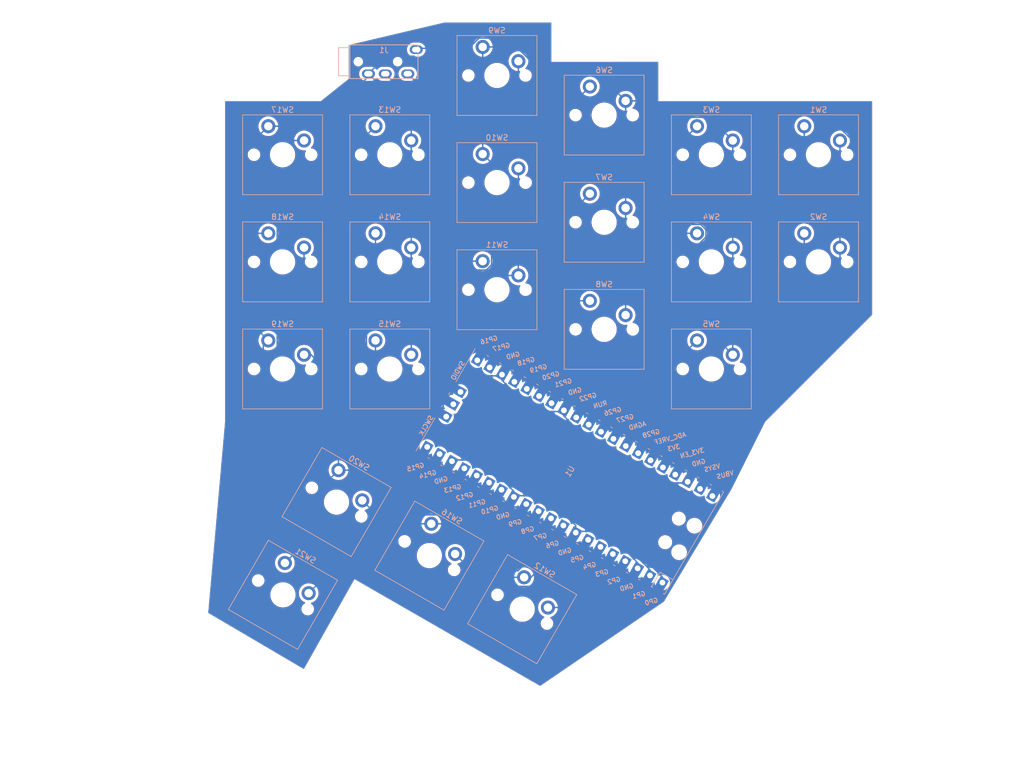
<source format=kicad_pcb>
(kicad_pcb (version 20221018) (generator pcbnew)
  (layers (0 "F.Cu" signal) (31 "B.Cu" signal) (34 "B.Paste" user) (35 "F.Paste" user) (36 "B.SilkS" user "B.Silkscreen") (37 "F.SilkS" user "F.Silkscreen") (38 "B.Mask" user) (39 "F.Mask" user) (44 "Edge.Cuts" user))
  (net 0 "")
  (net 1 "9")
  (net 2 "10")
  (net 3 "11")
  (net 4 "13")
  (net 5 "16")
  (net 6 "17")
  (net 7 "18")
  (net 8 "19")
  (net 9 "20")
  (net 10 "27")
  (net 11 "28")
  (net 12 "21")
  (net 13 "22")
  (net 14 "26")
  (net 15 "GND")
  (net 16 "3v3")
  (net 28 "0")
  (net 29 "1")
  (net 30 "3")
  (net 31 "4")
  (net 32 "6")
  (net 33 "7")
  (net 34 "8")
  (net 35 "5")
  (net 36 "2")
  (footprint "MJ-4PP-9:MJ-4PP-9" (layer "B.Cu") (at 104.414673 27.595326)
    (fp_text reference "J1")
    (fp_text value "MJ-4PP-9")
  )
  (footprint "ScottoKeebs_MX:MX_PCB_1.00u" (layer "B.Cu") (at 181.664673 44.095326 180)
    (fp_text reference "SW1")
    (fp_text value "CherryMX")
  )
  (footprint "ScottoKeebs_MX:MX_PCB_1.00u" (layer "B.Cu") (at 181.664673 63.145326 180)
    (fp_text reference "SW2")
    (fp_text value "CherryMX")
  )
  (footprint "ScottoKeebs_MX:MX_PCB_1.00u" (layer "B.Cu") (at 162.614673 44.095326 180)
    (fp_text reference "SW3")
    (fp_text value "CherryMX")
  )
  (footprint "ScottoKeebs_MX:MX_PCB_1.00u" (layer "B.Cu") (at 162.614673 63.145326 180)
    (fp_text reference "SW4")
    (fp_text value "CherryMX")
  )
  (footprint "ScottoKeebs_MX:MX_PCB_1.00u" (layer "B.Cu") (at 162.614673 82.195326 180)
    (fp_text reference "SW5")
    (fp_text value "CherryMX")
  )
  (footprint "ScottoKeebs_MX:MX_PCB_1.00u" (layer "B.Cu") (at 143.564673 37.045326 180)
    (fp_text reference "SW6")
    (fp_text value "CherryMX")
  )
  (footprint "ScottoKeebs_MX:MX_PCB_1.00u" (layer "B.Cu") (at 143.564673 56.095326 180)
    (fp_text reference "SW7")
    (fp_text value "CherryMX")
  )
  (footprint "ScottoKeebs_MX:MX_PCB_1.00u" (layer "B.Cu") (at 143.564673 75.145326 180)
    (fp_text reference "SW8")
    (fp_text value "CherryMX")
  )
  (footprint "ScottoKeebs_MX:MX_PCB_1.00u" (layer "B.Cu") (at 124.514673 29.995326 180)
    (fp_text reference "SW9")
    (fp_text value "CherryMX")
  )
  (footprint "ScottoKeebs_MX:MX_PCB_1.00u" (layer "B.Cu") (at 124.514673 49.045326 180)
    (fp_text reference "SW10")
    (fp_text value "CherryMX")
  )
  (footprint "ScottoKeebs_MX:MX_PCB_1.00u" (layer "B.Cu") (at 124.514673 68.095326 180)
    (fp_text reference "SW11")
    (fp_text value "CherryMX")
  )
  (footprint "ScottoKeebs_MX:MX_PCB_1.00u" (layer "B.Cu") (at 128.999814 124.909893 150)
    (fp_text reference "SW12")
    (fp_text value "CherryMX")
  )
  (footprint "ScottoKeebs_MX:MX_PCB_1.00u" (layer "B.Cu") (at 105.464673 44.095326 180)
    (fp_text reference "SW13")
    (fp_text value "CherryMX")
  )
  (footprint "ScottoKeebs_MX:MX_PCB_1.00u" (layer "B.Cu") (at 105.464673 63.145326 180)
    (fp_text reference "SW14")
    (fp_text value "CherryMX")
  )
  (footprint "ScottoKeebs_MX:MX_PCB_1.00u" (layer "B.Cu") (at 105.464673 82.195326 180)
    (fp_text reference "SW15")
    (fp_text value "CherryMX")
  )
  (footprint "ScottoKeebs_MX:MX_PCB_1.00u" (layer "B.Cu") (at 112.50203 115.384893 150)
    (fp_text reference "SW16")
    (fp_text value "CherryMX")
  )
  (footprint "ScottoKeebs_MX:MX_PCB_1.00u" (layer "B.Cu") (at 86.414673 44.095326 180)
    (fp_text reference "SW17")
    (fp_text value "CherryMX")
  )
  (footprint "ScottoKeebs_MX:MX_PCB_1.00u" (layer "B.Cu") (at 86.414673 63.145326 180)
    (fp_text reference "SW18")
    (fp_text value "CherryMX")
  )
  (footprint "ScottoKeebs_MX:MX_PCB_1.00u" (layer "B.Cu") (at 86.414673 82.195326 180)
    (fp_text reference "SW19")
    (fp_text value "CherryMX")
  )
  (footprint "ScottoKeebs_MX:MX_PCB_1.00u" (layer "B.Cu") (at 96.004246 105.859893 150)
    (fp_text reference "SW20")
    (fp_text value "CherryMX")
  )
  (footprint "ScottoKeebs_MX:MX_PCB_1.00u" (layer "B.Cu") (at 86.479246 122.357677 150)
    (fp_text reference "SW21")
    (fp_text value "CherryMX")
  )
  (footprint "MCU_RaspberryPi_and_Boards:RPi_Pico_SMD_TH" (layer "B.Cu") (at 137.459585 100.41841 60)
    (fp_text reference "U1")
    (fp_text value "Pico")
  )
  (gr_poly (pts (xy 191.189673 34.570326) (xy 153.189673 34.570326) (xy 153.189673 27.570326) (xy 134.189673 27.570326) (xy 134.189673 20.570326) (xy 115.189673 20.570326) (xy 98.189673 24.570326) (xy 98.189673 30.570326) (xy 93.189673 34.570326) (xy 76.189673 34.570326) (xy 76.189673 91.570326) (xy 73.189673 125.570326) (xy 90.189673 135.570326) (xy 99.189673 119.570326) (xy 132.189673 138.570326) (xy 154.189673 123.570326) (xy 166.189673 103.570326) (xy 172.189673 91.570326) (xy 191.189673 72.570326)) (stroke (width 0.05)) (fill none) (layer "Edge.Cuts"))
  (segment (start 111.109673 105.720326) (end 117.696069 105.720326) (width 0.25) (layer "B.Cu") (net 1))
  (segment (start 102.924673 39.015326) (end 102.959673 39.050326) (width 0.25) (layer "B.Cu") (net 1))
  (segment (start 117.696069 105.720326) (end 122.406069 110.430326) (width 0.25) (layer "B.Cu") (net 1))
  (segment (start 125.497078 110.430326) (end 129.715028 106.212376) (width 0.25) (layer "B.Cu") (net 1))
  (segment (start 122.406069 110.430326) (end 125.497078 110.430326) (width 0.25) (layer "B.Cu") (net 1))
  (segment (start 99.134673 93.745326) (end 111.109673 105.720326) (width 0.25) (layer "B.Cu") (net 1))
  (segment (start 102.924673 39.015326) (end 99.134673 42.805326) (width 0.25) (layer "B.Cu") (net 1))
  (segment (start 99.134673 42.805326) (end 99.134673 93.745326) (width 0.25) (layer "B.Cu") (net 1))
  (segment (start 101.634673 95.030326) (end 101.634673 81.677559) (width 0.25) (layer "B.Cu") (net 2))
  (segment (start 121.797669 107.190326) (end 120.609673 107.190326) (width 0.25) (layer "B.Cu") (net 2))
  (segment (start 101.328557 81.371443) (end 101.328557 63.969209) (width 0.25) (layer "B.Cu") (net 2))
  (segment (start 125.315619 103.672376) (end 121.797669 107.190326) (width 0.25) (layer "B.Cu") (net 2))
  (segment (start 101.634673 81.677559) (end 101.328557 81.371443) (width 0.25) (layer "B.Cu") (net 2))
  (segment (start 102.924673 62.373093) (end 102.924673 58.065326) (width 0.25) (layer "B.Cu") (net 2))
  (segment (start 118.599673 105.180326) (end 111.784673 105.180326) (width 0.25) (layer "B.Cu") (net 2))
  (segment (start 120.609673 107.190326) (end 118.599673 105.180326) (width 0.25) (layer "B.Cu") (net 2))
  (segment (start 101.328557 63.969209) (end 102.924673 62.373093) (width 0.25) (layer "B.Cu") (net 2))
  (segment (start 111.784673 105.180326) (end 101.634673 95.030326) (width 0.25) (layer "B.Cu") (net 2))
  (segment (start 123.115915 102.402376) (end 121.340948 104.177343) (width 0.25) (layer "B.Cu") (net 3))
  (segment (start 102.924673 94.905326) (end 102.924673 77.115326) (width 0.25) (layer "B.Cu") (net 3))
  (segment (start 121.340948 104.177343) (end 112.19669 104.177343) (width 0.25) (layer "B.Cu") (net 3))
  (segment (start 112.19669 104.177343) (end 102.924673 94.905326) (width 0.25) (layer "B.Cu") (net 3))
  (segment (start 102.959673 77.080326) (end 102.924673 77.115326) (width 0.25) (layer "B.Cu") (net 3))
  (segment (start 121.974673 63.015326) (end 112.659673 63.015326) (width 0.25) (layer "B.Cu") (net 4))
  (segment (start 104.619673 91.820326) (end 104.619673 92.945366) (width 0.25) (layer "B.Cu") (net 4))
  (segment (start 112.659673 63.015326) (end 112.659673 74.220326) (width 0.25) (layer "B.Cu") (net 4))
  (segment (start 113.31165 101.637343) (end 116.941539 101.637343) (width 0.25) (layer "B.Cu") (net 4))
  (segment (start 112.446611 74.433388) (end 112.446611 83.993388) (width 0.25) (layer "B.Cu") (net 4))
  (segment (start 112.659673 74.220326) (end 112.446611 74.433388) (width 0.25) (layer "B.Cu") (net 4))
  (segment (start 104.619673 92.945366) (end 113.31165 101.637343) (width 0.25) (layer "B.Cu") (net 4))
  (segment (start 116.941539 101.637343) (end 118.716506 99.862376) (width 0.25) (layer "B.Cu") (net 4))
  (segment (start 112.446611 83.993388) (end 104.619673 91.820326) (width 0.25) (layer "B.Cu") (net 4))
  (segment (start 130.844673 52.063093) (end 128.324673 49.543093) (width 0.25) (layer "B.Cu") (net 5))
  (segment (start 128.324673 49.543093) (end 128.324673 46.505326) (width 0.25) (layer "B.Cu") (net 5))
  (segment (start 130.844673 70.817163) (end 130.844673 52.063093) (width 0.25) (layer "B.Cu") (net 5))
  (segment (start 121.007392 80.654444) (end 130.844673 70.817163) (width 0.25) (layer "B.Cu") (net 5))
  (segment (start 128.324673 32.414083) (end 128.324673 27.455326) (width 0.25) (layer "B.Cu") (net 6))
  (segment (start 131.294673 35.384083) (end 128.324673 32.414083) (width 0.25) (layer "B.Cu") (net 6))
  (segment (start 123.207097 81.924444) (end 131.294673 73.836868) (width 0.25) (layer "B.Cu") (net 6))
  (segment (start 131.294673 73.836868) (end 131.294673 35.384083) (width 0.25) (layer "B.Cu") (net 6))
  (segment (start 132.889673 75.070326) (end 132.889673 40.100326) (width 0.25) (layer "B.Cu") (net 7))
  (segment (start 127.792923 80.167076) (end 132.889673 75.070326) (width 0.25) (layer "B.Cu") (net 7))
  (segment (start 132.889673 40.100326) (end 141.024673 31.965326) (width 0.25) (layer "B.Cu") (net 7))
  (segment (start 127.792923 82.740185) (end 127.792923 80.167076) (width 0.25) (layer "B.Cu") (net 7))
  (segment (start 127.606506 84.464444) (end 127.606506 82.926602) (width 0.25) (layer "B.Cu") (net 7))
  (segment (start 127.606506 82.926602) (end 127.792923 82.740185) (width 0.25) (layer "B.Cu") (net 7))
  (segment (start 133.339673 82.200981) (end 133.339673 58.700326) (width 0.25) (layer "B.Cu") (net 8))
  (segment (start 129.80621 85.734444) (end 133.339673 82.200981) (width 0.25) (layer "B.Cu") (net 8))
  (segment (start 133.339673 58.700326) (end 141.024673 51.015326) (width 0.25) (layer "B.Cu") (net 8))
  (segment (start 132.005915 87.004444) (end 134.119673 84.890686) (width 0.25) (layer "B.Cu") (net 9))
  (segment (start 134.119673 84.890686) (end 134.119673 72.050326) (width 0.25) (layer "B.Cu") (net 9))
  (segment (start 134.119673 72.050326) (end 136.104673 70.065326) (width 0.25) (layer "B.Cu") (net 9))
  (segment (start 136.104673 70.065326) (end 141.024673 70.065326) (width 0.25) (layer "B.Cu") (net 9))
  (segment (start 179.124673 55.245326) (end 168.944673 65.425326) (width 0.25) (layer "B.Cu") (net 10))
  (segment (start 168.944673 83.265326) (end 162.939673 89.270326) (width 0.25) (layer "B.Cu") (net 10))
  (segment (start 162.939673 89.270326) (end 150.55826 89.270326) (width 0.25) (layer "B.Cu") (net 10))
  (segment (start 179.124673 39.015326) (end 179.124673 55.245326) (width 0.25) (layer "B.Cu") (net 10))
  (segment (start 150.55826 89.270326) (end 145.204142 94.624444) (width 0.25) (layer "B.Cu") (net 10))
  (segment (start 168.944673 65.425326) (end 168.944673 83.265326) (width 0.25) (layer "B.Cu") (net 10))
  (segment (start 161.839673 93.370326) (end 153.397669 93.370326) (width 0.25) (layer "B.Cu") (net 11))
  (segment (start 179.124673 58.065326) (end 179.124673 63.885326) (width 0.25) (layer "B.Cu") (net 11))
  (segment (start 170.339673 84.870326) (end 161.839673 93.370326) (width 0.25) (layer "B.Cu") (net 11))
  (segment (start 179.124673 63.885326) (end 170.339673 72.670326) (width 0.25) (layer "B.Cu") (net 11))
  (segment (start 170.339673 72.670326) (end 170.339673 84.870326) (width 0.25) (layer "B.Cu") (net 11))
  (segment (start 153.397669 93.370326) (end 149.603551 97.164444) (width 0.25) (layer "B.Cu") (net 11))
  (segment (start 135.980586 86.499477) (end 139.058289 86.499477) (width 0.25) (layer "B.Cu") (net 12))
  (segment (start 150.569673 48.520326) (end 160.074673 39.015326) (width 0.25) (layer "B.Cu") (net 12))
  (segment (start 150.569673 74.988093) (end 150.569673 48.520326) (width 0.25) (layer "B.Cu") (net 12))
  (segment (start 134.205619 88.274444) (end 135.980586 86.499477) (width 0.25) (layer "B.Cu") (net 12))
  (segment (start 139.058289 86.499477) (end 150.569673 74.988093) (width 0.25) (layer "B.Cu") (net 12))
  (segment (start 160.074673 58.065326) (end 157.534673 58.065326) (width 0.25) (layer "B.Cu") (net 13))
  (segment (start 152.269673 77.149799) (end 138.605028 90.814444) (width 0.25) (layer "B.Cu") (net 13))
  (segment (start 152.269673 63.330326) (end 152.269673 77.149799) (width 0.25) (layer "B.Cu") (net 13))
  (segment (start 157.534673 58.065326) (end 152.269673 63.330326) (width 0.25) (layer "B.Cu") (net 13))
  (segment (start 160.074673 77.115326) (end 143.835555 93.354444) (width 0.25) (layer "B.Cu") (net 14))
  (segment (start 143.835555 93.354444) (end 143.004437 93.354444) (width 0.25) (layer "B.Cu") (net 14))
  (segment (start 182.834826 65.970326) (end 185.474673 63.330479) (width 0.25) (layer "B.Cu") (net 15))
  (segment (start 83.874673 39.015326) (end 78.599673 44.290326) (width 0.25) (layer "B.Cu") (net 15))
  (segment (start 112.842325 109.715484) (end 108.284831 109.715484) (width 0.25) (layer "B.Cu") (net 15))
  (segment (start 82.994152 77.995847) (end 82.994152 84.694805) (width 0.25) (layer "B.Cu") (net 15))
  (segment (start 158.402369 100.706602) (end 159.789673 99.319298) (width 0.25) (layer "B.Cu") (net 15))
  (segment (start 138.513846 111.292376) (end 138.729967 111.076255) (width 0.25) (layer "B.Cu") (net 15))
  (segment (start 162.309673 37.440326) (end 166.424673 41.555326) (width 0.25) (layer "B.Cu") (net 15))
  (segment (start 136.405324 90.546603) (end 136.405324 89.544444) (width 0.25) (layer "B.Cu") (net 15))
  (segment (start 127.515324 103.940218) (end 127.515324 104.942376) (width 0.25) (layer "B.Cu") (net 15))
  (segment (start 185.474673 41.555326) (end 185.474673 60.605326) (width 0.25) (layer "B.Cu") (net 15))
  (segment (start 121.419673 67.063778) (end 121.591399 66.892052) (width 0.25) (layer "B.Cu") (net 15))
  (segment (start 78.599673 71.840326) (end 83.874673 77.115326) (width 0.25) (layer "B.Cu") (net 15))
  (segment (start 127.515324 104.942376) (end 127.731445 104.726255) (width 0.25) (layer "B.Cu") (net 15))
  (segment (start 136.405324 89.544444) (end 136.189203 89.760565) (width 0.25) (layer "B.Cu") (net 15))
  (segment (start 159.789673 99.319298) (end 159.789673 96.330326) (width 0.25) (layer "B.Cu") (net 15))
  (segment (start 124.679673 46.670326) (end 121.974673 43.965326) (width 0.25) (layer "B.Cu") (net 15))
  (segment (start 116.204831 109.715484) (end 125.729831 119.240484) (width 0.25) (layer "B.Cu") (net 15))
  (segment (start 104.739673 26.620326) (end 101.664673 29.695326) (width 0.25) (layer "B.Cu") (net 15))
  (segment (start 159.429013 60.931646) (end 161.649673 58.710986) (width 0.25) (layer "B.Cu") (net 15))
  (segment (start 125.406801 83.194444) (end 125.593219 83.008026) (width 0.25) (layer "B.Cu") (net 15))
  (segment (start 78.599673 44.290326) (end 78.599673 58.180326) (width 0.25) (layer "B.Cu") (net 15))
  (segment (start 78.714673 58.065326) (end 78.599673 58.180326) (width 0.25) (layer "B.Cu") (net 15))
  (segment (start 125.406801 84.196602) (end 125.406801 83.194444) (width 0.25) (layer "B.Cu") (net 15))
  (segment (start 112.842325 109.715484) (end 116.204831 109.715484) (width 0.25) (layer "B.Cu") (net 15))
  (segment (start 130.970764 89.760565) (end 125.406801 84.196602) (width 0.25) (layer "B.Cu") (net 15))
  (segment (start 82.994152 84.694805) (end 96.344541 98.045194) (width 0.25) (layer "B.Cu") (net 15))
  (segment (start 106.410815 26.620326) (end 104.739673 26.620326) (width 0.25) (layer "B.Cu") (net 15))
  (segment (start 121.951361 98.376255) (end 127.515324 103.940218) (width 0.25) (layer "B.Cu") (net 15))
  (segment (start 121.591399 66.892052) (end 124.449673 64.033778) (width 0.25) (layer "B.Cu") (net 15))
  (segment (start 124.449673 57.19393) (end 112.969673 45.71393) (width 0.25) (layer "B.Cu") (net 15))
  (segment (start 125.593219 80.174718) (end 131.744673 74.023264) (width 0.25) (layer "B.Cu") (net 15))
  (segment (start 171.239673 84.880326) (end 171.239673 73.043118) (width 0.25) (layer "B.Cu") (net 15))
  (segment (start 133.225602 104.726255) (end 138.513846 110.014499) (width 0.25) (layer "B.Cu") (net 15))
  (segment (start 112.969673 45.71393) (end 112.969673 29.730326) (width 0.25) (layer "B.Cu") (net 15))
  (segment (start 129.340109 119.240484) (end 130.565738 119.240484) (width 0.25) (layer "B.Cu") (net 15))
  (segment (start 136.189203 89.760565) (end 130.970764 89.760565) (width 0.25) (layer "B.Cu") (net 15))
  (segment (start 143.948406 111.076255) (end 149.512369 116.640218) (width 0.25) (layer "B.Cu") (net 15))
  (segment (start 171.239673 73.043118) (end 178.312465 65.970326) (width 0.25) (layer "B.Cu") (net 15))
  (segment (start 92.834673 39.015326) (end 83.874673 39.015326) (width 0.25) (layer "B.Cu") (net 15))
  (segment (start 130.565738 119.240484) (end 138.513846 111.292376) (width 0.25) (layer "B.Cu") (net 15))
  (segment (start 116.516801 98.592376) (end 116.732922 98.376255) (width 0.25) (layer "B.Cu") (net 15))
  (segment (start 121.709912 83.410565) (end 119.52127 81.221923) (width 0.25) (layer "B.Cu") (net 15))
  (segment (start 124.449673 64.033778) (end 124.449673 57.19393) (width 0.25) (layer "B.Cu") (net 15))
  (segment (start 121.419673 77.430326) (end 121.419673 67.063778) (width 0.25) (layer "B.Cu") (net 15))
  (segment (start 151.819673 74.374489) (end 136.649718 89.544444) (width 0.25) (layer "B.Cu") (net 15))
  (segment (start 78.599673 58.180326) (end 78.599673 71.840326) (width 0.25) (layer "B.Cu") (net 15))
  (segment (start 109.274673 41.555326) (end 109.274673 79.655326) (width 0.25) (layer "B.Cu") (net 15))
  (segment (start 126.889673 48.880326) (end 126.889673 48.061569) (width 0.25) (layer "B.Cu") (net 15))
  (segment (start 142.659673 29.790326) (end 132.880333 29.790326) (width 0.25) (layer "B.Cu") (net 15))
  (segment (start 128.309673 50.300326) (end 126.889673 48.880326) (width 0.25) (layer "B.Cu") (net 15))
  (segment (start 161.649673 58.710986) (end 161.649673 57.419666) (width 0.25) (layer "B.Cu") (net 15))
  (segment (start 127.731445 104.726255) (end 133.225602 104.726255) (width 0.25) (layer "B.Cu") (net 15))
  (segment (start 151.819673 63.14393) (end 151.819673 74.374489) (width 0.25) (layer "B.Cu") (net 15))
  (segment (start 119.52127 79.328729) (end 121.419673 77.430326) (width 0.25) (layer "B.Cu") (net 15))
  (segment (start 83.874673 58.065326) (end 78.714673 58.065326) (width 0.25) (layer "B.Cu") (net 15))
  (segment (start 116.732922 98.376255) (end 121.951361 98.376255) (width 0.25) (layer "B.Cu") (net 15))
  (segment (start 119.52127 81.221923) (end 119.52127 79.328729) (width 0.25) (layer "B.Cu") (net 15))
  (segment (start 98.759831 100.190484) (end 96.344541 100.190484) (width 0.25) (layer "B.Cu") (net 15))
  (segment (start 166.424673 41.555326) (end 166.424673 79.655326) (width 0.25) (layer "B.Cu") (net 15))
  (segment (start 159.789673 96.330326) (end 171.239673 84.880326) (width 0.25) (layer "B.Cu") (net 15))
  (segment (start 147.374673 34.505326) (end 147.374673 72.605326) (width 0.25) (layer "B.Cu") (net 15))
  (segment (start 185.474673 63.330479) (end 185.474673 60.605326) (width 0.25) (layer "B.Cu") (net 15))
  (segment (start 178.312465 65.970326) (end 182.834826 65.970326) (width 0.25) (layer "B.Cu") (net 15))
  (segment (start 132.880333 29.790326) (end 128.005333 24.915326) (width 0.25) (layer "B.Cu") (net 15))
  (segment (start 128.309673 65.540326) (end 128.309673 50.300326) (width 0.25) (layer "B.Cu") (net 15))
  (segment (start 125.406801 83.194444) (end 125.19068 83.410565) (width 0.25) (layer "B.Cu") (net 15))
  (segment (start 125.729831 119.240484) (end 129.340109 119.240484) (width 0.25) (layer "B.Cu") (net 15))
  (segment (start 160.720333 56.490326) (end 158.473277 56.490326) (width 0.25) (layer "B.Cu") (net 15))
  (segment (start 109.274673 37.305326) (end 101.664673 29.695326) (width 0.25) (layer "B.Cu") (net 15))
  (segment (start 136.649718 89.544444) (end 136.405324 89.544444) (width 0.25) (layer "B.Cu") (net 15))
  (segment (start 147.374673 34.505326) (end 142.659673 29.790326) (width 0.25) (layer "B.Cu") (net 15))
  (segment (start 128.005333 24.915326) (end 121.974673 24.915326) (width 0.25) (layer "B.Cu") (net 15))
  (segment (start 131.744673 74.023264) (end 131.744673 28.654666) (width 0.25) (layer "B.Cu") (net 15))
  (segment (start 108.284831 109.715484) (end 98.759831 100.190484) (width 0.25) (layer "B.Cu") (net 15))
  (segment (start 131.744673 28.654666) (end 128.005333 24.915326) (width 0.25) (layer "B.Cu") (net 15))
  (segment (start 128.324673 65.555326) (end 122.928125 65.555326) (width 0.25) (layer "B.Cu") (net 15))
  (segment (start 149.512369 116.640218) (end 149.512369 117.642376) (width 0.25) (layer "B.Cu") (net 15))
  (segment (start 92.854837 110.652972) (end 92.854837 103.680188) (width 0.25) (layer "B.Cu") (net 15))
  (segment (start 159.429013 72.659666) (end 159.429013 60.931646) (width 0.25) (layer "B.Cu") (net 15))
  (segment (start 128.324673 65.555326) (end 128.309673 65.540326) (width 0.25) (layer "B.Cu") (net 15))
  (segment (start 96.344541 98.045194) (end 96.344541 100.190484) (width 0.25) (layer "B.Cu") (net 15))
  (segment (start 138.729967 111.076255) (end 143.948406 111.076255) (width 0.25) (layer "B.Cu") (net 15))
  (segment (start 126.889673 48.061569) (end 125.49843 46.670326) (width 0.25) (layer "B.Cu") (net 15))
  (segment (start 158.186248 102.460565) (end 148.319286 102.460565) (width 0.25) (layer "B.Cu") (net 15))
  (segment (start 152.793277 37.440326) (end 162.309673 37.440326) (width 0.25) (layer "B.Cu") (net 15))
  (segment (start 101.664673 29.695326) (end 101.664673 30.185326) (width 0.25) (layer "B.Cu") (net 15))
  (segment (start 109.274673 41.555326) (end 109.274673 37.305326) (width 0.25) (layer "B.Cu") (net 15))
  (segment (start 125.49843 46.670326) (end 124.679673 46.670326) (width 0.25) (layer "B.Cu") (net 15))
  (segment (start 112.969673 29.730326) (end 109.809673 26.570326) (width 0.25) (layer "B.Cu") (net 15))
  (segment (start 101.664673 30.185326) (end 92.834673 39.015326) (width 0.25) (layer "B.Cu") (net 15))
  (segment (start 92.854837 103.680188) (end 96.344541 100.190484) (width 0.25) (layer "B.Cu") (net 15))
  (segment (start 121.974673 24.915326) (end 121.974673 43.965326) (width 0.25) (layer "B.Cu") (net 15))
  (segment (start 86.819541 116.688268) (end 92.854837 110.652972) (width 0.25) (layer "B.Cu") (net 15))
  (segment (start 125.19068 83.410565) (end 121.709912 83.410565) (width 0.25) (layer "B.Cu") (net 15))
  (segment (start 158.402369 102.244444) (end 158.402369 100.706602) (width 0.25) (layer "B.Cu") (net 15))
  (segment (start 138.513846 110.014499) (end 138.513846 111.292376) (width 0.25) (layer "B.Cu") (net 15))
  (segment (start 147.374673 34.505326) (end 149.858277 34.505326) (width 0.25) (layer "B.Cu") (net 15))
  (segment (start 166.424673 79.655326) (end 159.429013 72.659666) (width 0.25) (layer "B.Cu") (net 15))
  (segment (start 161.649673 57.419666) (end 160.720333 56.490326) (width 0.25) (layer "B.Cu") (net 15))
  (segment (start 125.593219 83.008026) (end 125.593219 80.174718) (width 0.25) (layer "B.Cu") (net 15))
  (segment (start 106.460815 26.570326) (end 106.410815 26.620326) (width 0.25) (layer "B.Cu") (net 15))
  (segment (start 148.319286 102.460565) (end 136.405324 90.546603) (width 0.25) (layer "B.Cu") (net 15))
  (segment (start 83.874673 77.115326) (end 82.994152 77.995847) (width 0.25) (layer "B.Cu") (net 15))
  (segment (start 149.858277 34.505326) (end 152.793277 37.440326) (width 0.25) (layer "B.Cu") (net 15))
  (segment (start 122.928125 65.555326) (end 121.591399 66.892052) (width 0.25) (layer "B.Cu") (net 15))
  (segment (start 158.473277 56.490326) (end 151.819673 63.14393) (width 0.25) (layer "B.Cu") (net 15))
  (segment (start 158.402369 102.244444) (end 158.186248 102.460565) (width 0.25) (layer "B.Cu") (net 15))
  (segment (start 109.809673 26.570326) (end 106.460815 26.570326) (width 0.25) (layer "B.Cu") (net 15))
  (segment (start 152.329673 36.340326) (end 144.349673 28.360326) (width 0.25) (layer "B.Cu") (net 16))
  (segment (start 171.689673 73.420326) (end 178.689673 66.420326) (width 0.25) (layer "B.Cu") (net 16))
  (segment (start 121.329013 23.340326) (end 119.509013 25.160326) (width 0.25) (layer "B.Cu") (net 16))
  (segment (start 171.689673 85.066722) (end 171.689673 73.420326) (width 0.25) (layer "B.Cu") (net 16))
  (segment (start 162.679673 94.076722) (end 171.689673 85.066722) (width 0.25) (layer "B.Cu") (net 16))
  (segment (start 182.480333 36.340326) (end 152.329673 36.340326) (width 0.25) (layer "B.Cu") (net 16))
  (segment (start 144.349673 28.360326) (end 132.086729 28.360326) (width 0.25) (layer "B.Cu") (net 16))
  (segment (start 132.086729 28.360326) (end 127.066729 23.340326) (width 0.25) (layer "B.Cu") (net 16))
  (segment (start 164.319673 103.266549) (end 164.319673 100.940326) (width 0.25) (layer "B.Cu") (net 16))
  (segment (start 164.319673 100.940326) (end 162.679673 99.300326) (width 0.25) (layer "B.Cu") (net 16))
  (segment (start 187.994673 41.854666) (end 182.480333 36.340326) (width 0.25) (layer "B.Cu") (net 16))
  (segment (start 162.801778 104.784444) (end 164.319673 103.266549) (width 0.25) (layer "B.Cu") (net 16))
  (segment (start 119.509013 25.160326) (end 110.399673 25.160326) (width 0.25) (layer "B.Cu") (net 16))
  (segment (start 127.066729 23.340326) (end 121.329013 23.340326) (width 0.25) (layer "B.Cu") (net 16))
  (segment (start 110.399673 25.160326) (end 110.164673 25.395326) (width 0.25) (layer "B.Cu") (net 16))
  (segment (start 162.679673 99.300326) (end 162.679673 94.076722) (width 0.25) (layer "B.Cu") (net 16))
  (segment (start 187.994673 63.663093) (end 187.994673 41.854666) (width 0.25) (layer "B.Cu") (net 16))
  (segment (start 178.689673 66.420326) (end 185.23744 66.420326) (width 0.25) (layer "B.Cu") (net 16))
  (segment (start 185.23744 66.420326) (end 187.994673 63.663093) (width 0.25) (layer "B.Cu") (net 16))
  (segment (start 113.719673 79.281421) (end 113.719673 70.816722) (width 0.25) (layer "B.Cu") (net 28))
  (segment (start 119.496069 65.040326) (end 122.806729 65.040326) (width 0.25) (layer "B.Cu") (net 28))
  (segment (start 153.911778 120.182376) (end 153.911778 119.180218) (width 0.25) (layer "B.Cu") (net 28))
  (segment (start 112.519673 33.550326) (end 108.664673 29.695326) (width 0.25) (layer "B.Cu") (net 28))
  (segment (start 151.864507 117.426255) (end 113.719673 79.281421) (width 0.25) (layer "B.Cu") (net 28))
  (segment (start 123.999673 63.847382) (end 123.999673 57.380326) (width 0.25) (layer "B.Cu") (net 28))
  (segment (start 112.519673 45.900326) (end 112.519673 33.550326) (width 0.25) (layer "B.Cu") (net 28))
  (segment (start 122.806729 65.040326) (end 123.999673 63.847382) (width 0.25) (layer "B.Cu") (net 28))
  (segment (start 152.157815 117.426255) (end 151.864507 117.426255) (width 0.25) (layer "B.Cu") (net 28))
  (segment (start 113.719673 70.816722) (end 119.496069 65.040326) (width 0.25) (layer "B.Cu") (net 28))
  (segment (start 153.911778 119.180218) (end 152.157815 117.426255) (width 0.25) (layer "B.Cu") (net 28))
  (segment (start 123.999673 57.380326) (end 112.519673 45.900326) (width 0.25) (layer "B.Cu") (net 28))
  (segment (start 113.269673 79.467817) (end 113.269673 70.630326) (width 0.25) (layer "B.Cu") (net 29))
  (segment (start 111.794673 46.025326) (end 111.794673 36.825326) (width 0.25) (layer "B.Cu") (net 29))
  (segment (start 113.269673 70.630326) (end 119.309673 64.590326) (width 0.25) (layer "B.Cu") (net 29))
  (segment (start 151.712073 117.910217) (end 113.269673 79.467817) (width 0.25) (layer "B.Cu") (net 29))
  (segment (start 111.794673 36.825326) (end 104.664673 29.695326) (width 0.25) (layer "B.Cu") (net 29))
  (segment (start 122.620333 64.590326) (end 123.549673 63.660986) (width 0.25) (layer "B.Cu") (net 29))
  (segment (start 151.712073 118.912376) (end 151.712073 117.910217) (width 0.25) (layer "B.Cu") (net 29))
  (segment (start 123.549673 63.660986) (end 123.549673 57.780326) (width 0.25) (layer "B.Cu") (net 29))
  (segment (start 123.549673 57.780326) (end 111.794673 46.025326) (width 0.25) (layer "B.Cu") (net 29))
  (segment (start 119.309673 64.590326) (end 122.620333 64.590326) (width 0.25) (layer "B.Cu") (net 29))
  (segment (start 133.569371 124.615188) (end 135.600148 124.615188) (width 0.25) (layer "B.Cu") (net 30))
  (segment (start 135.600148 124.615188) (end 145.11296 115.102376) (width 0.25) (layer "B.Cu") (net 30))
  (segment (start 123.591965 121.610566) (end 124.082638 121.119893) (width 0.25) (layer "B.Cu") (net 31))
  (segment (start 135.869673 122.380326) (end 142.913255 115.336744) (width 0.25) (layer "B.Cu") (net 31))
  (segment (start 126.378605 122.380326) (end 135.869673 122.380326) (width 0.25) (layer "B.Cu") (net 31))
  (segment (start 142.913255 115.336744) (end 142.913255 113.832376) (width 0.25) (layer "B.Cu") (net 31))
  (segment (start 117.071587 115.090188) (end 123.591965 121.610566) (width 0.25) (layer "B.Cu") (net 31))
  (segment (start 125.118172 121.119893) (end 126.378605 122.380326) (width 0.25) (layer "B.Cu") (net 31))
  (segment (start 124.082638 121.119893) (end 125.118172 121.119893) (width 0.25) (layer "B.Cu") (net 31))
  (segment (start 84.009673 83.180326) (end 108.969831 108.140484) (width 0.25) (layer "B.Cu") (net 32))
  (segment (start 85.449673 72.730326) (end 85.449673 79.801569) (width 0.25) (layer "B.Cu") (net 32))
  (segment (start 84.039673 61.980326) (end 84.039673 71.320326) (width 0.25) (layer "B.Cu") (net 32))
  (segment (start 136.314142 110.022376) (end 134.989673 111.346845) (width 0.25) (layer "B.Cu") (net 32))
  (segment (start 84.039673 71.320326) (end 85.449673 72.730326) (width 0.25) (layer "B.Cu") (net 32))
  (segment (start 84.009673 81.241569) (end 84.009673 83.180326) (width 0.25) (layer "B.Cu") (net 32))
  (segment (start 83.699673 43.451569) (end 83.699673 49.740326) (width 0.25) (layer "B.Cu") (net 32))
  (segment (start 85.449673 51.490326) (end 85.449673 60.570326) (width 0.25) (layer "B.Cu") (net 32))
  (segment (start 83.699673 49.740326) (end 85.449673 51.490326) (width 0.25) (layer "B.Cu") (net 32))
  (segment (start 134.989673 111.346845) (end 134.989673 111.845326) (width 0.25) (layer "B.Cu") (net 32))
  (segment (start 126.249673 118.080326) (end 128.256192 118.080326) (width 0.25) (layer "B.Cu") (net 32))
  (segment (start 85.449673 60.570326) (end 84.039673 61.980326) (width 0.25) (layer "B.Cu") (net 32))
  (segment (start 108.969831 108.140484) (end 116.309831 108.140484) (width 0.25) (layer "B.Cu") (net 32))
  (segment (start 128.256192 118.080326) (end 136.314142 110.022376) (width 0.25) (layer "B.Cu") (net 32))
  (segment (start 85.595916 41.555326) (end 83.699673 43.451569) (width 0.25) (layer "B.Cu") (net 32))
  (segment (start 85.449673 79.801569) (end 84.009673 81.241569) (width 0.25) (layer "B.Cu") (net 32))
  (segment (start 90.224673 41.555326) (end 85.595916 41.555326) (width 0.25) (layer "B.Cu") (net 32))
  (segment (start 116.309831 108.140484) (end 126.249673 118.080326) (width 0.25) (layer "B.Cu") (net 32))
  (segment (start 90.224673 62.694083) (end 88.409673 64.509083) (width 0.25) (layer "B.Cu") (net 33))
  (segment (start 127.019673 117.380326) (end 127.019673 115.84714) (width 0.25) (layer "B.Cu") (net 33))
  (segment (start 90.419673 82.841569) (end 90.419673 88.190326) (width 0.25) (layer "B.Cu") (net 33))
  (segment (start 90.224673 60.605326) (end 90.224673 62.694083) (width 0.25) (layer "B.Cu") (net 33))
  (segment (start 127.019673 115.84714) (end 134.114437 108.752376) (width 0.25) (layer "B.Cu") (net 33))
  (segment (start 88.409673 80.831569) (end 90.419673 82.841569) (width 0.25) (layer "B.Cu") (net 33))
  (segment (start 88.409673 64.509083) (end 88.409673 80.831569) (width 0.25) (layer "B.Cu") (net 33))
  (segment (start 90.419673 88.190326) (end 109.569673 107.340326) (width 0.25) (layer "B.Cu") (net 33))
  (segment (start 116.979673 107.340326) (end 127.019673 117.380326) (width 0.25) (layer "B.Cu") (net 33))
  (segment (start 109.569673 107.340326) (end 116.979673 107.340326) (width 0.25) (layer "B.Cu") (net 33))
  (segment (start 92.809673 88.960326) (end 110.109673 106.260326) (width 0.25) (layer "B.Cu") (net 34))
  (segment (start 125.399673 114.060326) (end 125.399673 113.997436) (width 0.25) (layer "B.Cu") (net 34))
  (segment (start 90.224673 79.655326) (end 91.474673 79.655326) (width 0.25) (layer "B.Cu") (net 34))
  (segment (start 91.474673 79.655326) (end 92.809673 80.990326) (width 0.25) (layer "B.Cu") (net 34))
  (segment (start 92.809673 80.990326) (end 92.809673 88.960326) (width 0.25) (layer "B.Cu") (net 34))
  (segment (start 110.109673 106.260326) (end 117.599673 106.260326) (width 0.25) (layer "B.Cu") (net 34))
  (segment (start 117.599673 106.260326) (end 125.399673 114.060326) (width 0.25) (layer "B.Cu") (net 34))
  (segment (start 125.399673 113.997436) (end 131.914733 107.482376) (width 0.25) (layer "B.Cu") (net 34))
  (segment (start 137.959673 115.316254) (end 140.713551 112.562376) (width 0.25) (layer "B.Cu") (net 35))
  (segment (start 106.852621 111.844006) (end 106.852621 113.363274) (width 0.25) (layer "B.Cu") (net 35))
  (segment (start 134.629673 120.840326) (end 137.959673 117.510326) (width 0.25) (layer "B.Cu") (net 35))
  (segment (start 108.409673 114.920326) (end 110.320106 113.009893) (width 0.25) (layer "B.Cu") (net 35))
  (segment (start 110.320106 113.009893) (end 118.08924 113.009893) (width 0.25) (layer "B.Cu") (net 35))
  (segment (start 118.08924 113.009893) (end 125.919673 120.840326) (width 0.25) (layer "B.Cu") (net 35))
  (segment (start 100.573803 105.565188) (end 106.852621 111.844006) (width 0.25) (layer "B.Cu") (net 35))
  (segment (start 137.959673 117.510326) (end 137.959673 115.316254) (width 0.25) (layer "B.Cu") (net 35))
  (segment (start 125.919673 120.840326) (end 134.629673 120.840326) (width 0.25) (layer "B.Cu") (net 35))
  (segment (start 106.852621 113.363274) (end 108.409673 114.920326) (width 0.25) (layer "B.Cu") (net 35))
  (segment (start 110.189673 121.540326) (end 119.159673 121.540326) (width 0.25) (layer "B.Cu") (net 36))
  (segment (start 135.019673 129.300326) (end 135.019673 128.665367) (width 0.25) (layer "B.Cu") (net 36))
  (segment (start 91.048803 122.062972) (end 97.291449 115.820326) (width 0.25) (layer "B.Cu") (net 36))
  (segment (start 135.019673 128.665367) (end 147.312664 116.372376) (width 0.25) (layer "B.Cu") (net 36))
  (segment (start 119.159673 121.540326) (end 126.919673 129.300326) (width 0.25) (layer "B.Cu") (net 36))
  (segment (start 126.919673 129.300326) (end 135.019673 129.300326) (width 0.25) (layer "B.Cu") (net 36))
  (segment (start 104.469673 115.820326) (end 110.189673 121.540326) (width 0.25) (layer "B.Cu") (net 36))
  (segment (start 97.291449 115.820326) (end 104.469673 115.820326) (width 0.25) (layer "B.Cu") (net 36))
  (zone (net 0) (net_name "") (layers "F&B.Cu") (connect_pads (clearance 0.508)) (min_thickness 0.25) (fill yes (thermal_gap 0.5) (thermal_bridge_width 0.5) (island_removal_mode 1) (island_area_min 10))
    (polygon (pts (xy 218.189673 17.570326) (xy 171.189673 151.570326) (xy 36.189673 149.570326) (xy 44.189673 16.570326)))
  )
)
</source>
